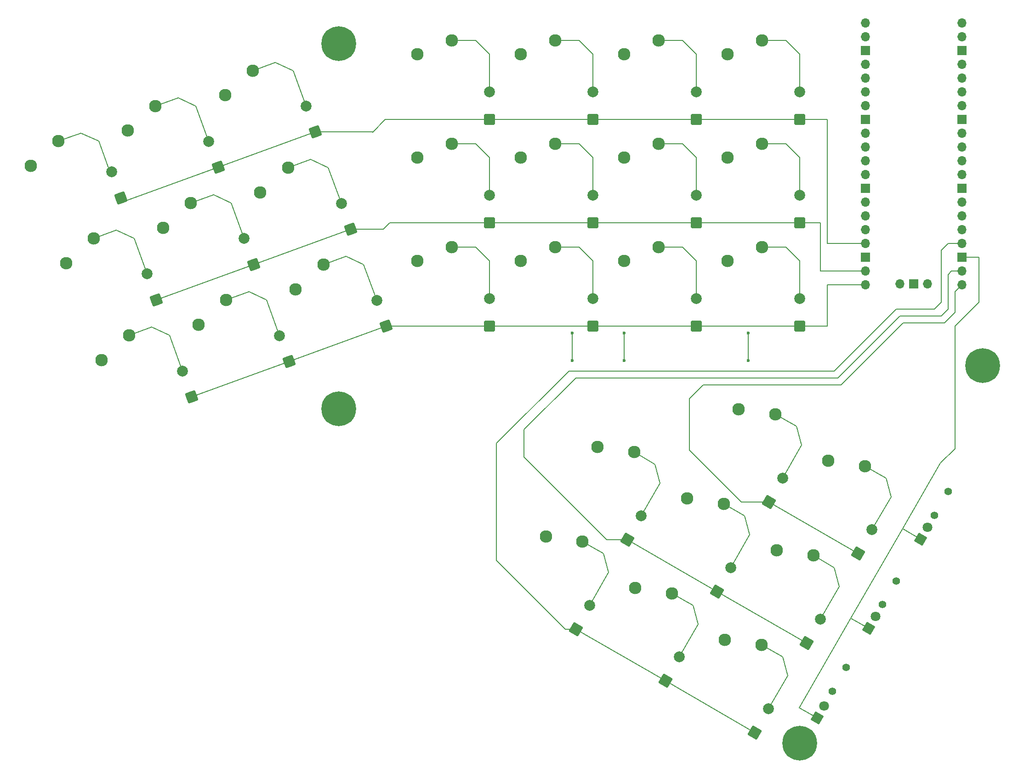
<source format=gbr>
%TF.GenerationSoftware,KiCad,Pcbnew,9.0.2*%
%TF.CreationDate,2025-06-09T23:02:59-05:00*%
%TF.ProjectId,keyboard,6b657962-6f61-4726-942e-6b696361645f,rev?*%
%TF.SameCoordinates,Original*%
%TF.FileFunction,Copper,L2,Bot*%
%TF.FilePolarity,Positive*%
%FSLAX46Y46*%
G04 Gerber Fmt 4.6, Leading zero omitted, Abs format (unit mm)*
G04 Created by KiCad (PCBNEW 9.0.2) date 2025-06-09 23:02:59*
%MOMM*%
%LPD*%
G01*
G04 APERTURE LIST*
G04 Aperture macros list*
%AMRoundRect*
0 Rectangle with rounded corners*
0 $1 Rounding radius*
0 $2 $3 $4 $5 $6 $7 $8 $9 X,Y pos of 4 corners*
0 Add a 4 corners polygon primitive as box body*
4,1,4,$2,$3,$4,$5,$6,$7,$8,$9,$2,$3,0*
0 Add four circle primitives for the rounded corners*
1,1,$1+$1,$2,$3*
1,1,$1+$1,$4,$5*
1,1,$1+$1,$6,$7*
1,1,$1+$1,$8,$9*
0 Add four rect primitives between the rounded corners*
20,1,$1+$1,$2,$3,$4,$5,0*
20,1,$1+$1,$4,$5,$6,$7,0*
20,1,$1+$1,$6,$7,$8,$9,0*
20,1,$1+$1,$8,$9,$2,$3,0*%
%AMRotRect*
0 Rectangle, with rotation*
0 The origin of the aperture is its center*
0 $1 length*
0 $2 width*
0 $3 Rotation angle, in degrees counterclockwise*
0 Add horizontal line*
21,1,$1,$2,0,0,$3*%
G04 Aperture macros list end*
%TA.AperFunction,ComponentPad*%
%ADD10O,1.700000X1.700000*%
%TD*%
%TA.AperFunction,ComponentPad*%
%ADD11R,1.700000X1.700000*%
%TD*%
%TA.AperFunction,ComponentPad*%
%ADD12C,0.800000*%
%TD*%
%TA.AperFunction,ComponentPad*%
%ADD13C,6.400000*%
%TD*%
%TA.AperFunction,ComponentPad*%
%ADD14C,2.300000*%
%TD*%
%TA.AperFunction,ComponentPad*%
%ADD15RotRect,1.800000X1.800000X60.000000*%
%TD*%
%TA.AperFunction,ComponentPad*%
%ADD16C,1.800000*%
%TD*%
%TA.AperFunction,ComponentPad*%
%ADD17C,1.400000*%
%TD*%
%TA.AperFunction,ComponentPad*%
%ADD18RoundRect,0.250000X0.750000X-0.750000X0.750000X0.750000X-0.750000X0.750000X-0.750000X-0.750000X0*%
%TD*%
%TA.AperFunction,ComponentPad*%
%ADD19C,2.000000*%
%TD*%
%TA.AperFunction,ComponentPad*%
%ADD20RoundRect,0.250000X0.274519X-1.024519X1.024519X0.274519X-0.274519X1.024519X-1.024519X-0.274519X0*%
%TD*%
%TA.AperFunction,ComponentPad*%
%ADD21RoundRect,0.250000X0.961285X-0.448254X0.448254X0.961285X-0.961285X0.448254X-0.448254X-0.961285X0*%
%TD*%
%TA.AperFunction,ViaPad*%
%ADD22C,0.600000*%
%TD*%
%TA.AperFunction,Conductor*%
%ADD23C,0.200000*%
%TD*%
G04 APERTURE END LIST*
D10*
%TO.P,U1,1,GPIO0*%
%TO.N,unconnected-(U1-GPIO0-Pad1)*%
X192405000Y-21590000D03*
%TO.P,U1,2,GPIO1*%
%TO.N,unconnected-(U1-GPIO1-Pad2)*%
X192405000Y-24130000D03*
D11*
%TO.P,U1,3,GND*%
%TO.N,unconnected-(U1-GND-Pad3)*%
X192405000Y-26670000D03*
D10*
%TO.P,U1,4,GPIO2*%
%TO.N,unconnected-(U1-GPIO2-Pad4)*%
X192405000Y-29210000D03*
%TO.P,U1,5,GPIO3*%
%TO.N,Col1*%
X192405000Y-31750000D03*
%TO.P,U1,6,GPIO4*%
%TO.N,Col2*%
X192405000Y-34290000D03*
%TO.P,U1,7,GPIO5*%
%TO.N,Col3*%
X192405000Y-36830000D03*
D11*
%TO.P,U1,8,GND*%
%TO.N,unconnected-(U1-GND-Pad8)*%
X192405000Y-39370000D03*
D10*
%TO.P,U1,9,GPIO6*%
%TO.N,Col4*%
X192405000Y-41910000D03*
%TO.P,U1,10,GPIO7*%
%TO.N,Col5*%
X192405000Y-44450000D03*
%TO.P,U1,11,GPIO8*%
%TO.N,Col6*%
X192405000Y-46990000D03*
%TO.P,U1,12,GPIO9*%
%TO.N,Col7*%
X192405000Y-49530000D03*
D11*
%TO.P,U1,13,GND*%
%TO.N,unconnected-(U1-GND-Pad13)*%
X192405000Y-52070000D03*
D10*
%TO.P,U1,14,GPIO10*%
%TO.N,unconnected-(U1-GPIO10-Pad14)*%
X192405000Y-54610000D03*
%TO.P,U1,15,GPIO11*%
%TO.N,unconnected-(U1-GPIO11-Pad15)*%
X192405000Y-57150000D03*
%TO.P,U1,16,GPIO12*%
%TO.N,unconnected-(U1-GPIO12-Pad16)*%
X192405000Y-59690000D03*
%TO.P,U1,17,GPIO13*%
%TO.N,Row1*%
X192405000Y-62230000D03*
D11*
%TO.P,U1,18,GND*%
%TO.N,unconnected-(U1-GND-Pad18)*%
X192405000Y-64770000D03*
D10*
%TO.P,U1,19,GPIO14*%
%TO.N,Row2*%
X192405000Y-67310000D03*
%TO.P,U1,20,GPIO15*%
%TO.N,Row3*%
X192405000Y-69850000D03*
%TO.P,U1,21,GPIO16*%
%TO.N,Row4*%
X210185000Y-69850000D03*
%TO.P,U1,22,GPIO17*%
%TO.N,Row5*%
X210185000Y-67310000D03*
D11*
%TO.P,U1,23,GND*%
%TO.N,GND*%
X210185000Y-64770000D03*
D10*
%TO.P,U1,24,GPIO18*%
%TO.N,Row6*%
X210185000Y-62230000D03*
%TO.P,U1,25,GPIO19*%
%TO.N,LED1*%
X210185000Y-59690000D03*
%TO.P,U1,26,GPIO20*%
%TO.N,LED2*%
X210185000Y-57150000D03*
%TO.P,U1,27,GPIO21*%
%TO.N,LED3*%
X210185000Y-54610000D03*
D11*
%TO.P,U1,28,GND*%
%TO.N,unconnected-(U1-GND-Pad28)*%
X210185000Y-52070000D03*
D10*
%TO.P,U1,29,GPIO22*%
%TO.N,unconnected-(U1-GPIO22-Pad29)*%
X210185000Y-49530000D03*
%TO.P,U1,30,RUN*%
%TO.N,unconnected-(U1-RUN-Pad30)*%
X210185000Y-46990000D03*
%TO.P,U1,31,GPIO26_ADC0*%
%TO.N,unconnected-(U1-GPIO26_ADC0-Pad31)*%
X210185000Y-44450000D03*
%TO.P,U1,32,GPIO27_ADC1*%
%TO.N,unconnected-(U1-GPIO27_ADC1-Pad32)*%
X210185000Y-41910000D03*
D11*
%TO.P,U1,33,AGND*%
%TO.N,unconnected-(U1-AGND-Pad33)*%
X210185000Y-39370000D03*
D10*
%TO.P,U1,34,GPIO28_ADC2*%
%TO.N,unconnected-(U1-GPIO28_ADC2-Pad34)*%
X210185000Y-36830000D03*
%TO.P,U1,35,ADC_VREF*%
%TO.N,unconnected-(U1-ADC_VREF-Pad35)*%
X210185000Y-34290000D03*
%TO.P,U1,36,3V3*%
%TO.N,unconnected-(U1-3V3-Pad36)*%
X210185000Y-31750000D03*
%TO.P,U1,37,3V3_EN*%
%TO.N,unconnected-(U1-3V3_EN-Pad37)*%
X210185000Y-29210000D03*
D11*
%TO.P,U1,38,GND*%
%TO.N,unconnected-(U1-GND-Pad38)*%
X210185000Y-26670000D03*
D10*
%TO.P,U1,39,VSYS*%
%TO.N,unconnected-(U1-VSYS-Pad39)*%
X210185000Y-24130000D03*
%TO.P,U1,40,VBUS*%
%TO.N,unconnected-(U1-VBUS-Pad40)*%
X210185000Y-21590000D03*
%TO.P,U1,41,SWCLK*%
%TO.N,unconnected-(U1-SWCLK-Pad41)*%
X198755000Y-69620000D03*
D11*
%TO.P,U1,42,GND*%
%TO.N,unconnected-(U1-GND-Pad42)*%
X201295000Y-69620000D03*
D10*
%TO.P,U1,43,SWDIO*%
%TO.N,unconnected-(U1-SWDIO-Pad43)*%
X203835000Y-69620000D03*
%TD*%
D12*
%TO.P,H4,1*%
%TO.N,N/C*%
X177940000Y-154305000D03*
X178642944Y-152607944D03*
X178642944Y-156002056D03*
X180340000Y-151905000D03*
D13*
X180340000Y-154305000D03*
D12*
X180340000Y-156705000D03*
X182037056Y-152607944D03*
X182037056Y-156002056D03*
X182740000Y-154305000D03*
%TD*%
%TO.P,H3,1*%
%TO.N,N/C*%
X211595000Y-84760000D03*
X212297944Y-83062944D03*
X212297944Y-86457056D03*
X213995000Y-82360000D03*
D13*
X213995000Y-84760000D03*
D12*
X213995000Y-87160000D03*
X215692056Y-83062944D03*
X215692056Y-86457056D03*
X216395000Y-84760000D03*
%TD*%
%TO.P,H2,1*%
%TO.N,N/C*%
X92990000Y-92710000D03*
X93692944Y-91012944D03*
X93692944Y-94407056D03*
X95390000Y-90310000D03*
D13*
X95390000Y-92710000D03*
D12*
X95390000Y-95110000D03*
X97087056Y-91012944D03*
X97087056Y-94407056D03*
X97790000Y-92710000D03*
%TD*%
%TO.P,H1,1*%
%TO.N,N/C*%
X92990000Y-25400000D03*
X93692944Y-23702944D03*
X93692944Y-27097056D03*
X95390000Y-23000000D03*
D13*
X95390000Y-25400000D03*
D12*
X95390000Y-27800000D03*
X97087056Y-23702944D03*
X97087056Y-27097056D03*
X97790000Y-25400000D03*
%TD*%
D14*
%TO.P,MX3,1,1*%
%TO.N,Col3*%
X74451770Y-34891156D03*
%TO.P,MX3,2,2*%
%TO.N,Net-(D3-A)*%
X79550087Y-30332509D03*
%TD*%
%TO.P,MX10,1,1*%
%TO.N,Col4*%
X109855000Y-27305000D03*
%TO.P,MX10,2,2*%
%TO.N,Net-(D10-A)*%
X116205000Y-24765000D03*
%TD*%
%TO.P,MX25,1,1*%
%TO.N,Col6*%
X169096847Y-92726699D03*
%TO.P,MX25,2,2*%
%TO.N,Net-(D25-A)*%
X175866109Y-93701995D03*
%TD*%
D15*
%TO.P,D22,1,K*%
%TO.N,GND*%
X202565000Y-116694285D03*
D16*
%TO.P,D22,2,A*%
%TO.N,Net-(D22-A)*%
X203835000Y-114494580D03*
%TD*%
D15*
%TO.P,D32,1,K*%
%TO.N,GND*%
X183515000Y-149689853D03*
D16*
%TO.P,D32,2,A*%
%TO.N,Net-(D32-A)*%
X184785000Y-147490148D03*
%TD*%
D14*
%TO.P,MX29,1,1*%
%TO.N,Col7*%
X176069631Y-118749483D03*
%TO.P,MX29,2,2*%
%TO.N,Net-(D29-A)*%
X182838893Y-119724779D03*
%TD*%
%TO.P,MX15,1,1*%
%TO.N,Col5*%
X128905000Y-65405000D03*
%TO.P,MX15,2,2*%
%TO.N,Net-(D15-A)*%
X135255000Y-62865000D03*
%TD*%
D17*
%TO.P,R2,1*%
%TO.N,LED2*%
X198120000Y-124393251D03*
%TO.P,R2,2*%
%TO.N,Net-(D31-A)*%
X195580000Y-128792660D03*
%TD*%
D14*
%TO.P,MX19,1,1*%
%TO.N,Col7*%
X167005000Y-27305000D03*
%TO.P,MX19,2,2*%
%TO.N,Net-(D19-A)*%
X173355000Y-24765000D03*
%TD*%
%TO.P,MX16,1,1*%
%TO.N,Col6*%
X147955000Y-27305000D03*
%TO.P,MX16,2,2*%
%TO.N,Net-(D16-A)*%
X154305000Y-24765000D03*
%TD*%
%TO.P,MX4,1,1*%
%TO.N,Col1*%
X45164965Y-65823268D03*
%TO.P,MX4,2,2*%
%TO.N,Net-(D4-A)*%
X50263282Y-61264621D03*
%TD*%
%TO.P,MX17,1,1*%
%TO.N,Col6*%
X147955000Y-46355000D03*
%TO.P,MX17,2,2*%
%TO.N,Net-(D17-A)*%
X154305000Y-43815000D03*
%TD*%
%TO.P,MX8,1,1*%
%TO.N,Col2*%
X69581593Y-77208928D03*
%TO.P,MX8,2,2*%
%TO.N,Net-(D8-A)*%
X74679910Y-72650281D03*
%TD*%
%TO.P,MX23,1,1*%
%TO.N,Col5*%
X143074063Y-99699483D03*
%TO.P,MX23,2,2*%
%TO.N,Net-(D23-A)*%
X149843325Y-100674779D03*
%TD*%
%TO.P,MX18,1,1*%
%TO.N,Col6*%
X147955000Y-65405000D03*
%TO.P,MX18,2,2*%
%TO.N,Net-(D18-A)*%
X154305000Y-62865000D03*
%TD*%
%TO.P,MX24,1,1*%
%TO.N,Col5*%
X133549063Y-116197267D03*
%TO.P,MX24,2,2*%
%TO.N,Net-(D24-A)*%
X140318325Y-117172563D03*
%TD*%
%TO.P,MX9,1,1*%
%TO.N,Col3*%
X87482737Y-70693444D03*
%TO.P,MX9,2,2*%
%TO.N,Net-(D9-A)*%
X92581054Y-66134797D03*
%TD*%
%TO.P,MX20,1,1*%
%TO.N,Col7*%
X167005000Y-46355000D03*
%TO.P,MX20,2,2*%
%TO.N,Net-(D20-A)*%
X173355000Y-43815000D03*
%TD*%
D17*
%TO.P,R1,1*%
%TO.N,LED1*%
X207645000Y-107895467D03*
%TO.P,R1,2*%
%TO.N,Net-(D22-A)*%
X205105000Y-112294876D03*
%TD*%
D14*
%TO.P,MX11,1,1*%
%TO.N,Col4*%
X109855000Y-46355000D03*
%TO.P,MX11,2,2*%
%TO.N,Net-(D11-A)*%
X116205000Y-43815000D03*
%TD*%
D15*
%TO.P,D31,1,K*%
%TO.N,GND*%
X193040000Y-133192069D03*
D16*
%TO.P,D31,2,A*%
%TO.N,Net-(D31-A)*%
X194310000Y-130992364D03*
%TD*%
D17*
%TO.P,R3,1*%
%TO.N,LED3*%
X188912500Y-140341109D03*
%TO.P,R3,2*%
%TO.N,Net-(D32-A)*%
X186372500Y-144740518D03*
%TD*%
D14*
%TO.P,MX6,1,1*%
%TO.N,Col3*%
X80967254Y-52792300D03*
%TO.P,MX6,2,2*%
%TO.N,Net-(D6-A)*%
X86065571Y-48233653D03*
%TD*%
%TO.P,MX12,1,1*%
%TO.N,Col4*%
X109855000Y-65405000D03*
%TO.P,MX12,2,2*%
%TO.N,Net-(D12-A)*%
X116205000Y-62865000D03*
%TD*%
%TO.P,MX7,1,1*%
%TO.N,Col1*%
X51680449Y-83724412D03*
%TO.P,MX7,2,2*%
%TO.N,Net-(D7-A)*%
X56778766Y-79165765D03*
%TD*%
%TO.P,MX30,1,1*%
%TO.N,Col7*%
X166544631Y-135247267D03*
%TO.P,MX30,2,2*%
%TO.N,Net-(D30-A)*%
X173313893Y-136222563D03*
%TD*%
%TO.P,MX27,1,1*%
%TO.N,Col6*%
X150046847Y-125722267D03*
%TO.P,MX27,2,2*%
%TO.N,Net-(D27-A)*%
X156816109Y-126697563D03*
%TD*%
%TO.P,MX2,1,1*%
%TO.N,Col2*%
X56550626Y-41406639D03*
%TO.P,MX2,2,2*%
%TO.N,Net-(D2-A)*%
X61648943Y-36847992D03*
%TD*%
%TO.P,MX26,1,1*%
%TO.N,Col6*%
X159571847Y-109224483D03*
%TO.P,MX26,2,2*%
%TO.N,Net-(D26-A)*%
X166341109Y-110199779D03*
%TD*%
%TO.P,MX21,1,1*%
%TO.N,Col7*%
X167005000Y-65405000D03*
%TO.P,MX21,2,2*%
%TO.N,Net-(D21-A)*%
X173355000Y-62865000D03*
%TD*%
%TO.P,MX1,1,1*%
%TO.N,Col1*%
X38649481Y-47922123D03*
%TO.P,MX1,2,2*%
%TO.N,Net-(D1-A)*%
X43747798Y-43363476D03*
%TD*%
%TO.P,MX5,1,1*%
%TO.N,Col2*%
X63066109Y-59307784D03*
%TO.P,MX5,2,2*%
%TO.N,Net-(D5-A)*%
X68164426Y-54749137D03*
%TD*%
%TO.P,MX28,1,1*%
%TO.N,Col7*%
X185594631Y-102251699D03*
%TO.P,MX28,2,2*%
%TO.N,Net-(D28-A)*%
X192363893Y-103226995D03*
%TD*%
%TO.P,MX14,1,1*%
%TO.N,Col5*%
X128905000Y-46355000D03*
%TO.P,MX14,2,2*%
%TO.N,Net-(D14-A)*%
X135255000Y-43815000D03*
%TD*%
%TO.P,MX13,1,1*%
%TO.N,Col5*%
X128905000Y-27305000D03*
%TO.P,MX13,2,2*%
%TO.N,Net-(D13-A)*%
X135255000Y-24765000D03*
%TD*%
D18*
%TO.P,D13,1,K*%
%TO.N,Row1*%
X142240000Y-39370000D03*
D19*
%TO.P,D13,2,A*%
%TO.N,Net-(D13-A)*%
X142240000Y-34290000D03*
%TD*%
D18*
%TO.P,D19,1,K*%
%TO.N,Row1*%
X180340000Y-39370000D03*
D19*
%TO.P,D19,2,A*%
%TO.N,Net-(D19-A)*%
X180340000Y-34290000D03*
%TD*%
D20*
%TO.P,D23,1,K*%
%TO.N,Row5*%
X148590012Y-116815580D03*
D19*
%TO.P,D23,2,A*%
%TO.N,Net-(D23-A)*%
X151130012Y-112416171D03*
%TD*%
D21*
%TO.P,D9,1,K*%
%TO.N,Row3*%
X104140012Y-77469998D03*
D19*
%TO.P,D9,2,A*%
%TO.N,Net-(D9-A)*%
X102402550Y-72696359D03*
%TD*%
D21*
%TO.P,D6,1,K*%
%TO.N,Row2*%
X97624528Y-59568853D03*
D19*
%TO.P,D6,2,A*%
%TO.N,Net-(D6-A)*%
X95887066Y-54795214D03*
%TD*%
D20*
%TO.P,D24,1,K*%
%TO.N,Row6*%
X139065012Y-133313364D03*
D19*
%TO.P,D24,2,A*%
%TO.N,Net-(D24-A)*%
X141605012Y-128913955D03*
%TD*%
D18*
%TO.P,D14,1,K*%
%TO.N,Row2*%
X142240000Y-58420000D03*
D19*
%TO.P,D14,2,A*%
%TO.N,Net-(D14-A)*%
X142240000Y-53340000D03*
%TD*%
D21*
%TO.P,D8,1,K*%
%TO.N,Row3*%
X86238867Y-83985482D03*
D19*
%TO.P,D8,2,A*%
%TO.N,Net-(D8-A)*%
X84501405Y-79211843D03*
%TD*%
D20*
%TO.P,D25,1,K*%
%TO.N,Row4*%
X174612796Y-109842796D03*
D19*
%TO.P,D25,2,A*%
%TO.N,Net-(D25-A)*%
X177152796Y-105443387D03*
%TD*%
D20*
%TO.P,D28,1,K*%
%TO.N,Row4*%
X191110580Y-119367796D03*
D19*
%TO.P,D28,2,A*%
%TO.N,Net-(D28-A)*%
X193650580Y-114968387D03*
%TD*%
D18*
%TO.P,D17,1,K*%
%TO.N,Row2*%
X161290000Y-58420000D03*
D19*
%TO.P,D17,2,A*%
%TO.N,Net-(D17-A)*%
X161290000Y-53340000D03*
%TD*%
D21*
%TO.P,D3,1,K*%
%TO.N,Row1*%
X91109044Y-41667709D03*
D19*
%TO.P,D3,2,A*%
%TO.N,Net-(D3-A)*%
X89371582Y-36894070D03*
%TD*%
D18*
%TO.P,D21,1,K*%
%TO.N,Row3*%
X180340000Y-77470000D03*
D19*
%TO.P,D21,2,A*%
%TO.N,Net-(D21-A)*%
X180340000Y-72390000D03*
%TD*%
D20*
%TO.P,D30,1,K*%
%TO.N,Row6*%
X172060580Y-152363364D03*
D19*
%TO.P,D30,2,A*%
%TO.N,Net-(D30-A)*%
X174600580Y-147963955D03*
%TD*%
D20*
%TO.P,D26,1,K*%
%TO.N,Row5*%
X165087796Y-126340580D03*
D19*
%TO.P,D26,2,A*%
%TO.N,Net-(D26-A)*%
X167627796Y-121941171D03*
%TD*%
D21*
%TO.P,D2,1,K*%
%TO.N,Row1*%
X73207900Y-48183193D03*
D19*
%TO.P,D2,2,A*%
%TO.N,Net-(D2-A)*%
X71470438Y-43409554D03*
%TD*%
D18*
%TO.P,D12,1,K*%
%TO.N,Row3*%
X123190000Y-77470000D03*
D19*
%TO.P,D12,2,A*%
%TO.N,Net-(D12-A)*%
X123190000Y-72390000D03*
%TD*%
D21*
%TO.P,D4,1,K*%
%TO.N,Row2*%
X61822239Y-72599821D03*
D19*
%TO.P,D4,2,A*%
%TO.N,Net-(D4-A)*%
X60084777Y-67826182D03*
%TD*%
D18*
%TO.P,D18,1,K*%
%TO.N,Row3*%
X161290000Y-77470000D03*
D19*
%TO.P,D18,2,A*%
%TO.N,Net-(D18-A)*%
X161290000Y-72390000D03*
%TD*%
D18*
%TO.P,D20,1,K*%
%TO.N,Row2*%
X180340000Y-58420000D03*
D19*
%TO.P,D20,2,A*%
%TO.N,Net-(D20-A)*%
X180340000Y-53340000D03*
%TD*%
D20*
%TO.P,D27,1,K*%
%TO.N,Row6*%
X155562796Y-142838364D03*
D19*
%TO.P,D27,2,A*%
%TO.N,Net-(D27-A)*%
X158102796Y-138438955D03*
%TD*%
D20*
%TO.P,D29,1,K*%
%TO.N,Row5*%
X181585580Y-135865580D03*
D19*
%TO.P,D29,2,A*%
%TO.N,Net-(D29-A)*%
X184125580Y-131466171D03*
%TD*%
D18*
%TO.P,D10,1,K*%
%TO.N,Row1*%
X123190000Y-39370000D03*
D19*
%TO.P,D10,2,A*%
%TO.N,Net-(D10-A)*%
X123190000Y-34290000D03*
%TD*%
D21*
%TO.P,D5,1,K*%
%TO.N,Row2*%
X79723383Y-66084337D03*
D19*
%TO.P,D5,2,A*%
%TO.N,Net-(D5-A)*%
X77985921Y-61310698D03*
%TD*%
D21*
%TO.P,D7,1,K*%
%TO.N,Row3*%
X68337723Y-90500965D03*
D19*
%TO.P,D7,2,A*%
%TO.N,Net-(D7-A)*%
X66600261Y-85727326D03*
%TD*%
D18*
%TO.P,D11,1,K*%
%TO.N,Row2*%
X123190000Y-58420000D03*
D19*
%TO.P,D11,2,A*%
%TO.N,Net-(D11-A)*%
X123190000Y-53340000D03*
%TD*%
D21*
%TO.P,D1,1,K*%
%TO.N,Row1*%
X55306755Y-53779485D03*
D19*
%TO.P,D1,2,A*%
%TO.N,Net-(D1-A)*%
X53569293Y-49005846D03*
%TD*%
D18*
%TO.P,D15,1,K*%
%TO.N,Row3*%
X142240000Y-77470000D03*
D19*
%TO.P,D15,2,A*%
%TO.N,Net-(D15-A)*%
X142240000Y-72390000D03*
%TD*%
D18*
%TO.P,D16,1,K*%
%TO.N,Row1*%
X161290000Y-39370000D03*
D19*
%TO.P,D16,2,A*%
%TO.N,Net-(D16-A)*%
X161290000Y-34290000D03*
%TD*%
D22*
%TO.N,Col5*%
X138430000Y-83820000D03*
X138430000Y-78740000D03*
%TO.N,Col6*%
X147955000Y-78740000D03*
X147955000Y-83820000D03*
%TO.N,Col7*%
X170815000Y-78740000D03*
X170815000Y-83820000D03*
%TD*%
D23*
%TO.N,Row1*%
X161290000Y-39370000D02*
X180340000Y-39370000D01*
X185420000Y-62230000D02*
X192405000Y-62230000D01*
X123190000Y-39370000D02*
X142240000Y-39370000D01*
X101657709Y-41667709D02*
X101675000Y-41685000D01*
X185420000Y-39370000D02*
X185420000Y-62230000D01*
X101675000Y-41685000D02*
X103990000Y-39370000D01*
X73207900Y-48183193D02*
X91109044Y-41667709D01*
X180340000Y-39370000D02*
X185420000Y-39370000D01*
X91109044Y-41667709D02*
X101657709Y-41667709D01*
X103990000Y-39370000D02*
X123190000Y-39370000D01*
X142240000Y-39370000D02*
X161290000Y-39370000D01*
X55306755Y-54698676D02*
X73207900Y-48183193D01*
%TO.N,Net-(D1-A)*%
X43747798Y-43363476D02*
X47924732Y-41843197D01*
X51180282Y-43361285D02*
X53569293Y-49925038D01*
X47924732Y-41843197D02*
X51180282Y-43361285D01*
%TO.N,Net-(D2-A)*%
X69081427Y-36845801D02*
X71470437Y-43409554D01*
X65825876Y-35327713D02*
X69081427Y-36845801D01*
X61648943Y-36847993D02*
X65825876Y-35327713D01*
%TO.N,Net-(D3-A)*%
X83727021Y-28812229D02*
X86982571Y-30330318D01*
X79550087Y-30332509D02*
X83727021Y-28812229D01*
X86982571Y-30330318D02*
X89371582Y-36894070D01*
%TO.N,Net-(D4-A)*%
X57695766Y-61262429D02*
X60084777Y-67826182D01*
X54440216Y-59744341D02*
X57695766Y-61262429D01*
X50263282Y-61264621D02*
X54440216Y-59744341D01*
%TO.N,Row2*%
X184150000Y-58420000D02*
X184150000Y-67310000D01*
X61822239Y-72599821D02*
X79723383Y-66084337D01*
X142240000Y-58420000D02*
X161290000Y-58420000D01*
X180340000Y-58420000D02*
X184150000Y-58420000D01*
X103626147Y-59568853D02*
X104775000Y-58420000D01*
X184150000Y-67310000D02*
X192405000Y-67310000D01*
X104775000Y-58420000D02*
X123190000Y-58420000D01*
X161290000Y-58420000D02*
X180340000Y-58420000D01*
X123190000Y-58420000D02*
X142240000Y-58420000D01*
X97624528Y-59568853D02*
X103626147Y-59568853D01*
X79723383Y-66084337D02*
X97624528Y-59568853D01*
%TO.N,Net-(D5-A)*%
X75596910Y-54746946D02*
X77985921Y-61310699D01*
X68164426Y-54749137D02*
X72341360Y-53228858D01*
X72341360Y-53228858D02*
X75596910Y-54746946D01*
%TO.N,Net-(D6-A)*%
X93498055Y-48231462D02*
X95887066Y-54795215D01*
X90242504Y-46713374D02*
X93498055Y-48231462D01*
X86065571Y-48233653D02*
X90242504Y-46713374D01*
%TO.N,Row3*%
X185420000Y-69850000D02*
X192405000Y-69850000D01*
X185420000Y-77470000D02*
X185420000Y-69850000D01*
X161290000Y-77470000D02*
X180340000Y-77470000D01*
X142240000Y-77470000D02*
X161290000Y-77470000D01*
X68337723Y-90500965D02*
X86238867Y-83985482D01*
X180340000Y-77470000D02*
X185420000Y-77470000D01*
X123190000Y-77470000D02*
X142240000Y-77470000D01*
X86238867Y-83985482D02*
X104140012Y-77469998D01*
X123189998Y-77469998D02*
X123190000Y-77470000D01*
X104140012Y-77469998D02*
X123189998Y-77469998D01*
%TO.N,Net-(D7-A)*%
X60955699Y-77645486D02*
X64211250Y-79163574D01*
X56778766Y-79165765D02*
X60955699Y-77645486D01*
X64211250Y-79163574D02*
X66600260Y-85727327D01*
%TO.N,Net-(D8-A)*%
X82112394Y-72648090D02*
X84501405Y-79211843D01*
X74679910Y-72650282D02*
X78856844Y-71130002D01*
X78856844Y-71130002D02*
X82112394Y-72648090D01*
%TO.N,Net-(D9-A)*%
X100013539Y-66132606D02*
X102402549Y-72696359D01*
X92581054Y-66134798D02*
X96757988Y-64614518D01*
X96757988Y-64614518D02*
X100013539Y-66132606D01*
%TO.N,Net-(D10-A)*%
X123190000Y-27305000D02*
X123190000Y-34290000D01*
X120650000Y-24765000D02*
X123190000Y-27305000D01*
X116205000Y-24765000D02*
X120650000Y-24765000D01*
%TO.N,Net-(D11-A)*%
X123190000Y-46355000D02*
X123190000Y-53340000D01*
X120650000Y-43815000D02*
X123190000Y-46355000D01*
X116205000Y-43815000D02*
X120650000Y-43815000D01*
%TO.N,Net-(D12-A)*%
X116205000Y-62865000D02*
X120650000Y-62865000D01*
X120650000Y-62865000D02*
X123190000Y-65405000D01*
X123190000Y-65405000D02*
X123190000Y-72390000D01*
%TO.N,Net-(D13-A)*%
X142240000Y-27305000D02*
X142240000Y-34290000D01*
X135255000Y-24765000D02*
X139700000Y-24765000D01*
X139700000Y-24765000D02*
X142240000Y-27305000D01*
%TO.N,Net-(D14-A)*%
X139700000Y-43815000D02*
X142240000Y-46355000D01*
X142240000Y-46355000D02*
X142240000Y-53340000D01*
X135255000Y-43815000D02*
X139700000Y-43815000D01*
%TO.N,Net-(D15-A)*%
X139700000Y-62865000D02*
X142240000Y-65405000D01*
X135255000Y-62865000D02*
X139700000Y-62865000D01*
X142240000Y-65405000D02*
X142240000Y-72390000D01*
%TO.N,Net-(D16-A)*%
X154305000Y-24765000D02*
X158750000Y-24765000D01*
X158750000Y-24765000D02*
X161290000Y-27305000D01*
X161290000Y-27305000D02*
X161290000Y-34290000D01*
%TO.N,Net-(D17-A)*%
X158750000Y-43815000D02*
X161290000Y-46355000D01*
X161290000Y-46355000D02*
X161290000Y-53340000D01*
X154305000Y-43815000D02*
X158750000Y-43815000D01*
%TO.N,Net-(D18-A)*%
X154305000Y-62865000D02*
X158750000Y-62865000D01*
X161290000Y-65405000D02*
X161290000Y-72390000D01*
X158750000Y-62865000D02*
X161290000Y-65405000D01*
%TO.N,Net-(D19-A)*%
X180340000Y-27305000D02*
X180340000Y-34290000D01*
X173355000Y-24765000D02*
X177800000Y-24765000D01*
X177800000Y-24765000D02*
X180340000Y-27305000D01*
%TO.N,Net-(D20-A)*%
X173355000Y-43815000D02*
X177800000Y-43815000D01*
X177800000Y-43815000D02*
X180340000Y-46355000D01*
X180340000Y-46355000D02*
X180340000Y-53340000D01*
%TO.N,Net-(D21-A)*%
X177800000Y-62865000D02*
X180340000Y-65405000D01*
X173355000Y-62865000D02*
X177800000Y-62865000D01*
X180340000Y-65405000D02*
X180340000Y-72390000D01*
%TO.N,Net-(D23-A)*%
X153692808Y-102897279D02*
X154622512Y-106366984D01*
X149843325Y-100674779D02*
X153692808Y-102897279D01*
X154622512Y-106366984D02*
X151130012Y-112416171D01*
%TO.N,Net-(D24-A)*%
X145097512Y-122864767D02*
X141605012Y-128913955D01*
X144167808Y-119395063D02*
X145097512Y-122864767D01*
X140318325Y-117172563D02*
X144167808Y-119395063D01*
%TO.N,Net-(D25-A)*%
X175866109Y-93701995D02*
X179715591Y-95924495D01*
X180645296Y-99394200D02*
X177152796Y-105443387D01*
X179715591Y-95924495D02*
X180645296Y-99394200D01*
%TO.N,Net-(D26-A)*%
X166341109Y-110199779D02*
X170190591Y-112422279D01*
X171120296Y-115891984D02*
X167627796Y-121941171D01*
X170190591Y-112422279D02*
X171120296Y-115891984D01*
%TO.N,Net-(D27-A)*%
X156816109Y-126697563D02*
X160665591Y-128920063D01*
X160665591Y-128920063D02*
X161595296Y-132389767D01*
X161595296Y-132389767D02*
X158102796Y-138438955D01*
%TO.N,Net-(D28-A)*%
X196213375Y-105449495D02*
X192363892Y-103226995D01*
X193650580Y-114968387D02*
X197143080Y-108919200D01*
X197143080Y-108919200D02*
X196213375Y-105449495D01*
%TO.N,Net-(D29-A)*%
X182838892Y-119724779D02*
X186688375Y-121947279D01*
X187618080Y-125416984D02*
X184125580Y-131466171D01*
X186688375Y-121947279D02*
X187618080Y-125416984D01*
%TO.N,Net-(D30-A)*%
X173313892Y-136222563D02*
X177163375Y-138445063D01*
X177163375Y-138445063D02*
X178093080Y-141914767D01*
X178093080Y-141914767D02*
X174600580Y-147963955D01*
%TO.N,Col5*%
X138430000Y-78740000D02*
X138430000Y-83820000D01*
%TO.N,Row5*%
X148590012Y-116815580D02*
X144755580Y-116815580D01*
X187325000Y-86995000D02*
X198755000Y-75565000D01*
X198755000Y-75565000D02*
X206375000Y-75565000D01*
X206375000Y-75565000D02*
X207645000Y-74295000D01*
X148590012Y-116815580D02*
X165087796Y-126340580D01*
X207645000Y-74295000D02*
X207645000Y-67945000D01*
X129540000Y-101600000D02*
X129540000Y-96520000D01*
X129540000Y-96520000D02*
X139065000Y-86995000D01*
X144755580Y-116815580D02*
X129540000Y-101600000D01*
X139065000Y-86995000D02*
X187325000Y-86995000D01*
X207645000Y-67945000D02*
X208280000Y-67310000D01*
X208280000Y-67310000D02*
X210185000Y-67310000D01*
X165087796Y-126340580D02*
X181585580Y-135865580D01*
%TO.N,Row6*%
X155562796Y-142838364D02*
X172060580Y-152363364D01*
X172060580Y-152363364D02*
X172121636Y-152424420D01*
X206375000Y-73025000D02*
X206375000Y-63500000D01*
X139065012Y-133313364D02*
X155562796Y-142838364D01*
X198120000Y-74295000D02*
X205105000Y-74295000D01*
X205105000Y-74295000D02*
X206375000Y-73025000D01*
X186690000Y-85725000D02*
X198120000Y-74295000D01*
X137123364Y-133313364D02*
X124460000Y-120650000D01*
X139065012Y-133313364D02*
X137123364Y-133313364D01*
X124460000Y-120650000D02*
X124460000Y-99060000D01*
X137795000Y-85725000D02*
X186690000Y-85725000D01*
X124460000Y-99060000D02*
X137795000Y-85725000D01*
X207645000Y-62230000D02*
X210185000Y-62230000D01*
X206375000Y-63500000D02*
X207645000Y-62230000D01*
%TO.N,Row4*%
X199390000Y-76835000D02*
X207010000Y-76835000D01*
X169532796Y-109842796D02*
X160020000Y-100330000D01*
X160020000Y-90805000D02*
X162560000Y-88265000D01*
X207010000Y-76835000D02*
X208915000Y-74930000D01*
X174612796Y-109842796D02*
X191110580Y-119367796D01*
X208915000Y-71120000D02*
X210185000Y-69850000D01*
X162560000Y-88265000D02*
X187960000Y-88265000D01*
X160020000Y-100330000D02*
X160020000Y-90805000D01*
X174612796Y-109842796D02*
X169532796Y-109842796D01*
X208915000Y-74930000D02*
X208915000Y-71120000D01*
X187960000Y-88265000D02*
X199390000Y-76835000D01*
%TO.N,Col6*%
X147955000Y-78740000D02*
X147955000Y-83820000D01*
%TO.N,Col7*%
X170815000Y-78740000D02*
X170815000Y-83820000D01*
%TO.N,GND*%
X183515000Y-149689853D02*
X180215443Y-147784853D01*
X213360000Y-73025000D02*
X208915000Y-77470000D01*
X202565000Y-116694285D02*
X199265443Y-114789285D01*
X210185000Y-64770000D02*
X213360000Y-64770000D01*
X208915000Y-77470000D02*
X208915000Y-100026353D01*
X193040000Y-133192069D02*
X189740443Y-131287069D01*
X180215443Y-147784853D02*
X189740443Y-131287069D01*
X199265443Y-114789285D02*
X206250443Y-102690910D01*
X213360000Y-64770000D02*
X213360000Y-73025000D01*
X208915000Y-100026353D02*
X206250443Y-102690910D01*
X189740443Y-131287069D02*
X199265443Y-114789285D01*
%TD*%
M02*

</source>
